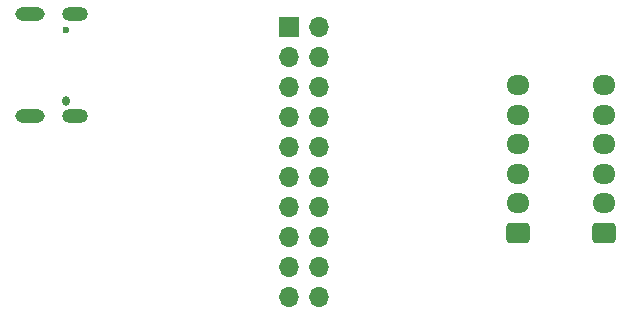
<source format=gbr>
%TF.GenerationSoftware,KiCad,Pcbnew,6.0.1-79c1e3a40b~116~ubuntu20.04.1*%
%TF.CreationDate,2022-02-14T03:59:38+01:00*%
%TF.ProjectId,USB-to-UART-Bridge,5553422d-746f-42d5-9541-52542d427269,rev?*%
%TF.SameCoordinates,Original*%
%TF.FileFunction,Soldermask,Bot*%
%TF.FilePolarity,Negative*%
%FSLAX46Y46*%
G04 Gerber Fmt 4.6, Leading zero omitted, Abs format (unit mm)*
G04 Created by KiCad (PCBNEW 6.0.1-79c1e3a40b~116~ubuntu20.04.1) date 2022-02-14 03:59:38*
%MOMM*%
%LPD*%
G01*
G04 APERTURE LIST*
G04 Aperture macros list*
%AMRoundRect*
0 Rectangle with rounded corners*
0 $1 Rounding radius*
0 $2 $3 $4 $5 $6 $7 $8 $9 X,Y pos of 4 corners*
0 Add a 4 corners polygon primitive as box body*
4,1,4,$2,$3,$4,$5,$6,$7,$8,$9,$2,$3,0*
0 Add four circle primitives for the rounded corners*
1,1,$1+$1,$2,$3*
1,1,$1+$1,$4,$5*
1,1,$1+$1,$6,$7*
1,1,$1+$1,$8,$9*
0 Add four rect primitives between the rounded corners*
20,1,$1+$1,$2,$3,$4,$5,0*
20,1,$1+$1,$4,$5,$6,$7,0*
20,1,$1+$1,$6,$7,$8,$9,0*
20,1,$1+$1,$8,$9,$2,$3,0*%
G04 Aperture macros list end*
%ADD10R,1.700000X1.700000*%
%ADD11O,1.700000X1.700000*%
%ADD12RoundRect,0.250000X0.725000X-0.600000X0.725000X0.600000X-0.725000X0.600000X-0.725000X-0.600000X0*%
%ADD13O,1.950000X1.700000*%
%ADD14O,0.600000X0.850000*%
%ADD15O,0.600000X0.600000*%
%ADD16O,2.500000X1.200000*%
%ADD17O,2.200000X1.200000*%
G04 APERTURE END LIST*
D10*
%TO.C,J2*%
X109356000Y-58616000D03*
D11*
X111896000Y-58616000D03*
X109356000Y-61156000D03*
X111896000Y-61156000D03*
X109356000Y-63696000D03*
X111896000Y-63696000D03*
X109356000Y-66236000D03*
X111896000Y-66236000D03*
X109356000Y-68776000D03*
X111896000Y-68776000D03*
X109356000Y-71316000D03*
X111896000Y-71316000D03*
X109356000Y-73856000D03*
X111896000Y-73856000D03*
X109356000Y-76396000D03*
X111896000Y-76396000D03*
X109356000Y-78936000D03*
X111896000Y-78936000D03*
X109356000Y-81476000D03*
X111896000Y-81476000D03*
%TD*%
D12*
%TO.C,J4*%
X128750000Y-76000000D03*
D13*
X128750000Y-73500000D03*
X128750000Y-71000000D03*
X128750000Y-68500000D03*
X128750000Y-66000000D03*
X128750000Y-63500000D03*
%TD*%
D14*
%TO.C,J1*%
X90500000Y-64817011D03*
D15*
X90500000Y-58817011D03*
D16*
X87400000Y-57497011D03*
X87400000Y-66137011D03*
D17*
X91225000Y-66137011D03*
X91225000Y-57497011D03*
%TD*%
D12*
%TO.C,J3*%
X136000000Y-76000000D03*
D13*
X136000000Y-73500000D03*
X136000000Y-71000000D03*
X136000000Y-68500000D03*
X136000000Y-66000000D03*
X136000000Y-63500000D03*
%TD*%
M02*

</source>
